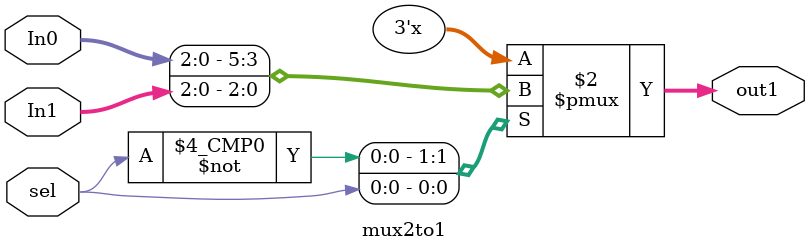
<source format=v>
`timescale 1ns / 1ps
module mux2to1(In0, In1, sel, out1);
    input [2:0] In0, In1;
    input sel;
    output [2:0] out1;

reg[2:0] out1;
always@(In0,In1,sel)
begin 
case(sel)
1'b0:out1=In0;
1'b1:out1=In1;

endcase
end
endmodule

</source>
